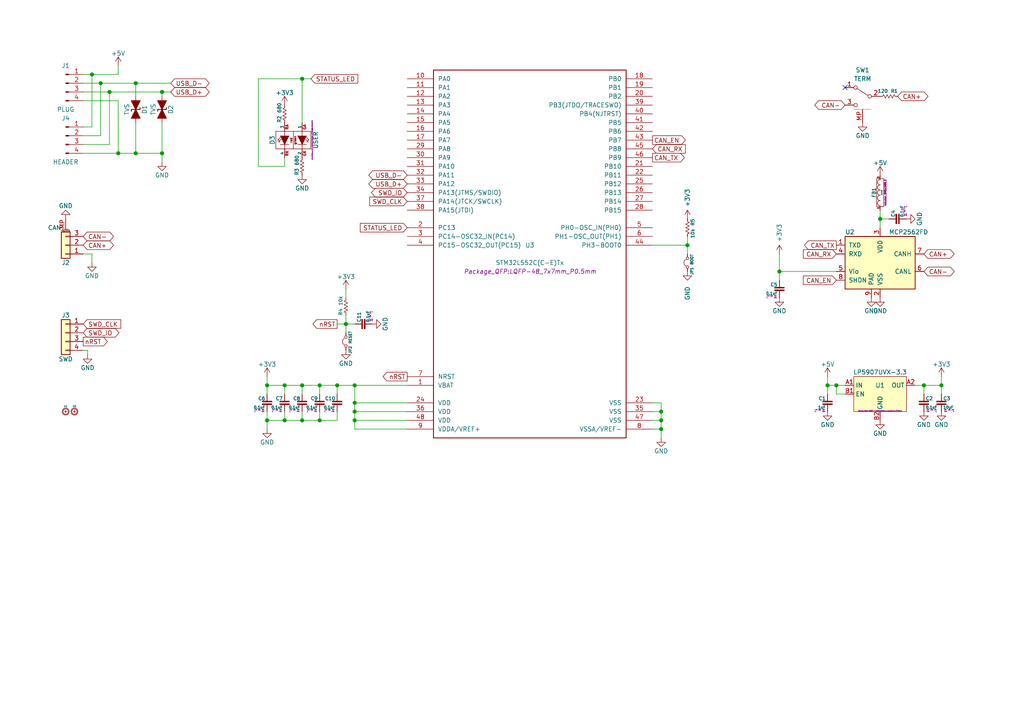
<source format=kicad_sch>
(kicad_sch (version 20201015) (generator eeschema)
  (paper "A4")
  (lib_symbols
    (symbol "Connector:Conn_01x04_Male" (pin_names (offset 1.016) hide)
      (property "Reference" "J" (at 0 5.08 0))
      (property "Value" "Conn_01x04_Male" (at 0 -7.62 0))
      (symbol "Conn_01x04_Male_1_1"
        (rectangle (start 0.8636 -4.953) (end 0 -5.207) (stroke (width 0.1524)) (fill (type outline)))
        (rectangle (start 0.8636 -2.413) (end 0 -2.667) (stroke (width 0.1524)) (fill (type outline)))
        (rectangle (start 0.8636 0.127) (end 0 -0.127) (stroke (width 0.1524)) (fill (type outline)))
        (rectangle (start 0.8636 2.667) (end 0 2.413) (stroke (width 0.1524)) (fill (type outline)))
        (polyline (pts (xy 1.27 -5.08) (xy 0.8636 -5.08)) (stroke (width 0.1524)))
        (polyline (pts (xy 1.27 -2.54) (xy 0.8636 -2.54)) (stroke (width 0.1524)))
        (polyline (pts (xy 1.27 0) (xy 0.8636 0)) (stroke (width 0.1524)))
        (polyline (pts (xy 1.27 2.54) (xy 0.8636 2.54)) (stroke (width 0.1524)))
        (pin passive line (at 5.08 2.54 180) (length 3.81) (name "Pin_1") (number "1"))
        (pin passive line (at 5.08 0 180) (length 3.81) (name "Pin_2") (number "2"))
        (pin passive line (at 5.08 -2.54 180) (length 3.81) (name "Pin_3") (number "3"))
        (pin passive line (at 5.08 -5.08 180) (length 3.81) (name "Pin_4") (number "4"))
      )
    )
    (symbol "Connector_Generic:Conn_01x04" (pin_names (offset 1.016) hide)
      (property "Reference" "J" (at 0 5.08 0))
      (property "Value" "Conn_01x04" (at 0 -7.62 0))
      (symbol "Conn_01x04_1_1"
        (rectangle (start -1.27 -4.953) (end 0 -5.207) (stroke (width 0.1524)))
        (rectangle (start -1.27 -2.413) (end 0 -2.667) (stroke (width 0.1524)))
        (rectangle (start -1.27 2.667) (end 0 2.413) (stroke (width 0.1524)))
        (rectangle (start -1.27 3.81) (end 1.27 -6.35) (stroke (width 0.254)) (fill (type background)))
        (rectangle (start -1.27 0.127) (end 0 -0.127) (stroke (width 0.1524)))
        (pin passive line (at -5.08 2.54 0) (length 3.81) (name "Pin_1") (number "1"))
        (pin passive line (at -5.08 0 0) (length 3.81) (name "Pin_2") (number "2"))
        (pin passive line (at -5.08 -2.54 0) (length 3.81) (name "Pin_3") (number "3"))
        (pin passive line (at -5.08 -5.08 0) (length 3.81) (name "Pin_4") (number "4"))
      )
    )
    (symbol "Connector_Generic_MountingPin:Conn_01x03_MountingPin" (pin_names (offset 1.016) hide)
      (property "Reference" "J" (at 0 5.08 0))
      (property "Value" "Conn_01x03_MountingPin" (at 1.27 -5.08 0))
      (symbol "Conn_01x03_MountingPin_1_1"
        (text "Mounting" (at 0 -4.191 0) (effects (font (size 0.381 0.381))))
        (rectangle (start -1.27 -2.413) (end 0 -2.667) (stroke (width 0.1524)))
        (rectangle (start -1.27 2.667) (end 0 2.413) (stroke (width 0.1524)))
        (rectangle (start -1.27 3.81) (end 1.27 -3.81) (stroke (width 0.254)) (fill (type background)))
        (rectangle (start -1.27 0.127) (end 0 -0.127) (stroke (width 0.1524)))
        (polyline (pts (xy -1.016 -4.572) (xy 1.016 -4.572)) (stroke (width 0.1524)))
        (pin passive line (at 0 -7.62 90) (length 3.048) (name "MountPin") (number "MP"))
        (pin passive line (at -5.08 2.54 0) (length 3.81) (name "Pin_1") (number "1"))
        (pin passive line (at -5.08 0 0) (length 3.81) (name "Pin_2") (number "2"))
        (pin passive line (at -5.08 -2.54 0) (length 3.81) (name "Pin_3") (number "3"))
      )
    )
    (symbol "Device:D_TVS_Filled" (pin_numbers hide) (pin_names (offset 1.016) hide)
      (property "Reference" "D" (at 0 2.54 0))
      (property "Value" "D_TVS_Filled" (at 0 -2.54 0))
      (symbol "D_TVS_Filled_0_1"
        (polyline (pts (xy 1.27 0) (xy -1.27 0)))
        (polyline (pts (xy -2.54 -1.27) (xy 0 0) (xy -2.54 1.27) (xy -2.54 -1.27)) (stroke (width 0.254)) (fill (type outline)))
        (polyline (pts (xy 0.508 1.27) (xy 0 1.27) (xy 0 -1.27) (xy -0.508 -1.27)) (stroke (width 0.254)))
        (polyline (pts (xy 2.54 1.27) (xy 2.54 -1.27) (xy 0 0) (xy 2.54 1.27)) (stroke (width 0.254)) (fill (type outline)))
      )
      (symbol "D_TVS_Filled_1_1"
        (pin passive line (at -3.81 0 0) (length 2.54) (name "A1") (number "1"))
        (pin passive line (at 3.81 0 180) (length 2.54) (name "A2") (number "2"))
      )
    )
    (symbol "Interface_CAN_LIN:MCP2562-E-MF" (pin_names (offset 1.016))
      (property "Reference" "U" (at -10.16 8.89 0))
      (property "Value" "MCP2562-E-MF" (at 2.54 8.89 0))
      (symbol "MCP2562-E-MF_0_1"
        (rectangle (start -10.16 7.62) (end 10.16 -7.62) (stroke (width 0.254)) (fill (type background)))
      )
      (symbol "MCP2562-E-MF_1_1"
        (pin input line (at -12.7 5.08 0) (length 2.54) (name "TXD") (number "1"))
        (pin power_in line (at 0 -10.16 90) (length 2.54) (name "VSS") (number "2"))
        (pin power_in line (at 0 10.16 270) (length 2.54) (name "VDD") (number "3"))
        (pin output line (at -12.7 2.54 0) (length 2.54) (name "RXD") (number "4"))
        (pin power_in line (at -12.7 -2.54 0) (length 2.54) (name "Vio") (number "5"))
        (pin bidirectional line (at 12.7 -2.54 180) (length 2.54) (name "CANL") (number "6"))
        (pin bidirectional line (at 12.7 2.54 180) (length 2.54) (name "CANH") (number "7"))
        (pin input line (at -12.7 -5.08 0) (length 2.54) (name "SHDN") (number "8"))
        (pin power_in line (at -2.54 -10.16 90) (length 2.54) (name "PAD") (number "9"))
      )
    )
    (symbol "RobotProtos:Csmall" (pin_numbers hide) (pin_names (offset 0.254))
      (property "Reference" "C" (at 0.508 1.27 0))
      (property "Value" "Csmall" (at 0.508 -1.27 0))
      (property "Voltage" "16V" (at 0.762 -2.032 0))
      (property "Tolerance" "10%" (at 2.286 -2.032 0))
      (property "Package" "1608" (at 0.762 -2.54 0))
      (property "Footprint_Density" "C" (at 3.556 -2.54 0))
      (property "Dielectric" "X7R" (at 3.302 -2.032 0))
      (symbol "Csmall_0_1"
        (rectangle (start -1.397 -0.254) (end 1.397 -0.508) (fill (type outline)))
        (rectangle (start 1.397 0.508) (end -1.397 0.254) (fill (type outline)))
      )
      (symbol "Csmall_1_1"
        (pin passive line (at 0 2.54 270) (length 2.286) (name "~") (number "1"))
        (pin passive line (at 0 -2.54 90) (length 2.286) (name "~") (number "2"))
      )
    )
    (symbol "RobotProtos:FILTER" (pin_names (offset 0) hide)
      (property "Reference" "FB" (at 0 1.778 0))
      (property "Value" "FILTER" (at 0 -0.508 0))
      (property "Footprint" "SH_Filters:1608_B" (at 0 -1.524 0))
      (symbol "FILTER_0_1"
        (arc (start -2.286 0) (end -3.81 0) (radius (at -3.048 0) (length 0.762) (angles 0.1 179.9)))
        (arc (start -0.762 0) (end -2.286 0) (radius (at -1.524 0) (length 0.762) (angles 0.1 179.9)))
        (arc (start 0.762 0) (end -0.762 0) (radius (at 0 0) (length 0.762) (angles 0.1 179.9)))
        (arc (start 2.286 0) (end 0.762 0) (radius (at 1.524 0) (length 0.762) (angles 0.1 179.9)))
        (arc (start 3.81 0) (end 2.286 0) (radius (at 3.048 0) (length 0.762) (angles 0.1 179.9)))
        (rectangle (start -4.064 1.016) (end 4.064 -1.016))
      )
      (symbol "FILTER_1_1"
        (pin passive line (at -5.08 0 0) (length 1.27) (name "~") (number "1"))
        (pin passive line (at 5.08 0 180) (length 1.27) (name "~") (number "2"))
      )
    )
    (symbol "RobotProtos:JUMPER" (pin_numbers hide) (pin_names (offset 0.762) hide)
      (property "Reference" "JP" (at -1.27 -1.27 0))
      (property "Value" "JUMPER" (at -0.635 -1.27 0))
      (property "Footprint" "Connector_PinHeader_2.54mm:PinHeader_1x02_P2.54mm_Vertical" (at 0 1.524 0))
      (symbol "JUMPER_0_1"
        (arc (start -0.889 0.508) (end 0.889 0.508) (radius (at 0 0) (length 1.016) (angles 150.3 29.7)))
        (circle (center -1.27 0) (radius 0.381))
        (circle (center 1.27 0) (radius 0.381))
        (pin passive line (at -2.54 0 0) (length 0.8128) (name "1") (number "1"))
        (pin passive line (at 2.54 0 180) (length 0.8128) (name "2") (number "2"))
      )
    )
    (symbol "RobotProtos:LED_DUAL_red_green" (pin_names (offset 0))
      (property "Reference" "D" (at 0 6.096 0))
      (property "Value" "LED_DUAL_red_green" (at 0 -6.477 0))
      (property "Footprint" "LED_SMD:Duo_LED_1.6x0.8_Kingbright_APHB1608LZGKSURKC" (at 0 -5.461 0))
      (symbol "LED_DUAL_red_green_0_0"
        (text "green" (at 0 -0.508 0) (effects (font (size 0.6096 0.6096))))
        (text "red" (at 0 0.635 0) (effects (font (size 0.6096 0.6096))))
        (polyline (pts (xy 2.54 0) (xy -2.54 0)))
      )
      (symbol "LED_DUAL_red_green_0_1"
        (rectangle (start -2.54 5.08) (end 2.54 -5.08))
        (polyline (pts (xy -2.54 2.54) (xy -1.27 2.54)))
        (polyline (pts (xy -1.27 -2.54) (xy -2.54 -2.54)))
        (polyline (pts (xy -1.27 -1.27) (xy -1.27 -3.81)))
        (polyline (pts (xy -1.27 1.27) (xy -1.27 3.81)))
        (polyline (pts (xy -0.508 4.064) (xy -0.508 3.81)))
        (polyline (pts (xy 0 4.318) (xy 0 4.064)))
        (polyline (pts (xy 2.54 -2.54) (xy 1.27 -2.54)))
        (polyline (pts (xy 2.54 2.54) (xy 1.27 2.54)))
        (polyline (pts (xy 0.254 -3.556) (xy -0.508 -4.318) (xy -0.508 -3.81)))
        (polyline (pts (xy 0.254 3.556) (xy -0.508 4.318) (xy -0.508 4.064)))
        (polyline (pts (xy 0.762 -3.81) (xy 0 -4.572) (xy 0 -4.064)))
        (polyline (pts (xy 0.762 3.81) (xy 0 4.572) (xy 0 4.318)))
        (polyline (pts (xy 1.27 -1.27) (xy -1.27 -2.54) (xy 1.27 -3.81)) (fill (type outline)))
        (polyline (pts (xy 1.27 1.27) (xy -1.27 2.54) (xy 1.27 3.81)) (fill (type outline)))
      )
      (symbol "LED_DUAL_red_green_1_1"
        (pin passive line (at 5.08 -2.54 180) (length 2.54) (name "1") (number "GA"))
        (pin passive line (at -5.08 -2.54 0) (length 2.54) (name "2") (number "GK"))
        (pin passive line (at 5.08 2.54 180) (length 2.54) (name "3") (number "RA"))
        (pin passive line (at -5.08 2.54 0) (length 2.54) (name "4") (number "RK"))
      )
    )
    (symbol "RobotProtos:LP5907_BGA"
      (property "Reference" "U" (at 0 2.54 0))
      (property "Value" "LP5907_BGA" (at 0 6.35 0))
      (property "Footprint" "Package_BGA:TI_DSBGA-4_0.875x0.875mm_Layout2x1x2_P0.35mm" (at 0 -4.826 0))
      (symbol "LP5907_BGA_0_1"
        (rectangle (start -7.62 5.08) (end 7.62 -5.08) (fill (type background)))
      )
      (symbol "LP5907_BGA_1_1"
        (pin power_in line (at -10.16 2.54 0) (length 2.54) (name "IN") (number "A1"))
        (pin power_out line (at 10.16 2.54 180) (length 2.54) (name "OUT") (number "A2"))
        (pin input line (at -10.16 0 0) (length 2.54) (name "EN") (number "B1"))
        (pin passive line (at 0 -7.62 90) (length 2.54) (name "GND") (number "B2"))
      )
    )
    (symbol "RobotProtos:Mount_Hole_Ungrounded" (pin_numbers hide) (pin_names (offset 0) hide)
      (property "Reference" "H" (at 0 1.524 0))
      (symbol "Mount_Hole_Ungrounded_0_1"
        (circle (center 0 0) (radius 0.762))
        (circle (center 0 0) (radius 1.016))
        (polyline (pts (xy -0.381 0) (xy 0.381 0)))
        (polyline (pts (xy 0 0.381) (xy 0 -0.381) (xy 0 0)))
      )
    )
    (symbol "RobotProtos:RSMALL" (pin_numbers hide) (pin_names (offset 0))
      (property "Reference" "R" (at -1.524 -0.508 90))
      (property "Value" "RSMALL" (at -1.524 0.254 90))
      (symbol "RSMALL_0_1"
        (polyline (pts (xy -0.508 -1.524) (xy 0 -1.778) (xy 0 -2.032)))
        (polyline (pts (xy -0.508 1.524) (xy 0 1.778) (xy 0 2.032)))
        (polyline (pts (xy -0.508 -1.524) (xy 0.508 -1.016) (xy -0.508 -0.508) (xy 0.508 0) (xy -0.508 0.508) (xy 0.508 1.016) (xy -0.508 1.524)))
      )
      (symbol "RSMALL_1_1"
        (pin passive line (at 0 2.54 270) (length 0.508) (name "~") (number "1"))
        (pin passive line (at 0 -2.54 90) (length 0.508) (name "~") (number "2"))
      )
    )
    (symbol "RobotProtos:SW_SPDT_MP" (pin_names (offset 0) hide)
      (property "Reference" "SW" (at 0 7.62 0))
      (property "Value" "SW_SPDT_MP" (at 0 5.08 0))
      (symbol "SW_SPDT_MP_0_0"
        (circle (center -2.032 0) (radius 0.508))
        (circle (center 2.032 -2.54) (radius 0.508))
      )
      (symbol "SW_SPDT_MP_0_1"
        (circle (center 2.032 2.54) (radius 0.508))
        (polyline (pts (xy -1.524 0.254) (xy 1.651 2.286)))
        (polyline (pts (xy -2.54 -3.81) (xy 2.54 -3.81)) (stroke (width 0.0006)))
      )
      (symbol "SW_SPDT_MP_1_1"
        (pin passive line (at 5.08 2.54 180) (length 2.54) (name "A") (number "1"))
        (pin passive line (at -5.08 0 0) (length 2.54) (name "B") (number "2"))
        (pin passive line (at 5.08 -2.54 180) (length 2.54) (name "C") (number "3"))
        (pin unspecified line (at 0 -7.62 90) (length 3.81) (name "MP") (number "MP"))
      )
    )
    (symbol "STM32:STM32L552C(C-E)Tx" (pin_names (offset 1.27))
      (property "Reference" "U" (at 0 2.54 0))
      (property "Value" "STM32L552C(C-E)Tx" (at 0 -2.54 0))
      (property "Footprint" "LQFP48" (at 0 -5.08 0))
      (symbol "STM32L552C(C-E)Tx_1_1"
        (rectangle (start -27.94 53.34) (end 27.94 -53.34) (stroke (width 0.254)))
        (pin bidirectional line (at -35.56 50.8 0) (length 7.62) (name "PA0") (number "10"))
        (pin bidirectional line (at -35.56 48.26 0) (length 7.62) (name "PA1") (number "11"))
        (pin bidirectional line (at -35.56 45.72 0) (length 7.62) (name "PA2") (number "12"))
        (pin bidirectional line (at -35.56 43.18 0) (length 7.62) (name "PA3") (number "13"))
        (pin bidirectional line (at -35.56 40.64 0) (length 7.62) (name "PA4") (number "14"))
        (pin bidirectional line (at -35.56 38.1 0) (length 7.62) (name "PA5") (number "15"))
        (pin bidirectional line (at -35.56 35.56 0) (length 7.62) (name "PA6") (number "16"))
        (pin bidirectional line (at -35.56 33.02 0) (length 7.62) (name "PA7") (number "17"))
        (pin bidirectional line (at -35.56 30.48 0) (length 7.62) (name "PA8") (number "29"))
        (pin bidirectional line (at -35.56 27.94 0) (length 7.62) (name "PA9") (number "30"))
        (pin bidirectional line (at -35.56 25.4 0) (length 7.62) (name "PA10") (number "31"))
        (pin bidirectional line (at -35.56 22.86 0) (length 7.62) (name "PA11") (number "32"))
        (pin bidirectional line (at -35.56 20.32 0) (length 7.62) (name "PA12") (number "33"))
        (pin bidirectional line (at -35.56 17.78 0) (length 7.62) (name "PA13(JTMS/SWDIO)") (number "34"))
        (pin bidirectional line (at -35.56 15.24 0) (length 7.62) (name "PA14(JTCK/SWCLK)") (number "37"))
        (pin bidirectional line (at -35.56 12.7 0) (length 7.62) (name "PA15(JTDI)") (number "38"))
        (pin bidirectional line (at 35.56 50.8 180) (length 7.62) (name "PB0") (number "18"))
        (pin bidirectional line (at 35.56 48.26 180) (length 7.62) (name "PB1") (number "19"))
        (pin bidirectional line (at 35.56 45.72 180) (length 7.62) (name "PB2") (number "20"))
        (pin bidirectional line (at 35.56 43.18 180) (length 7.62) (name "PB3(JTDO/TRACESWO)") (number "39"))
        (pin bidirectional line (at 35.56 40.64 180) (length 7.62) (name "PB4(NJTRST)") (number "40"))
        (pin bidirectional line (at 35.56 38.1 180) (length 7.62) (name "PB5") (number "41"))
        (pin bidirectional line (at 35.56 35.56 180) (length 7.62) (name "PB6") (number "42"))
        (pin bidirectional line (at 35.56 33.02 180) (length 7.62) (name "PB7") (number "43"))
        (pin bidirectional line (at 35.56 30.48 180) (length 7.62) (name "PB8") (number "45"))
        (pin bidirectional line (at 35.56 27.94 180) (length 7.62) (name "PB9") (number "46"))
        (pin bidirectional line (at 35.56 25.4 180) (length 7.62) (name "PB10") (number "21"))
        (pin bidirectional line (at 35.56 22.86 180) (length 7.62) (name "PB11") (number "22"))
        (pin bidirectional line (at 35.56 20.32 180) (length 7.62) (name "PB12") (number "25"))
        (pin bidirectional line (at 35.56 17.78 180) (length 7.62) (name "PB13") (number "26"))
        (pin bidirectional line (at 35.56 15.24 180) (length 7.62) (name "PB14") (number "27"))
        (pin bidirectional line (at 35.56 12.7 180) (length 7.62) (name "PB15") (number "28"))
        (pin bidirectional line (at -35.56 7.62 0) (length 7.62) (name "PC13") (number "2"))
        (pin bidirectional line (at -35.56 5.08 0) (length 7.62) (name "PC14-OSC32_IN(PC14)") (number "3"))
        (pin bidirectional line (at -35.56 2.54 0) (length 7.62) (name "PC15-OSC32_OUT(PC15)") (number "4"))
        (pin bidirectional line (at 35.56 7.62 180) (length 7.62) (name "PH0-OSC_IN(PH0)") (number "5"))
        (pin bidirectional line (at 35.56 5.08 180) (length 7.62) (name "PH1-OSC_OUT(PH1)") (number "6"))
        (pin bidirectional line (at 35.56 2.54 180) (length 7.62) (name "PH3-BOOT0") (number "44"))
        (pin input line (at -35.56 -35.56 0) (length 7.62) (name "NRST") (number "7"))
        (pin power_in line (at -35.56 -38.1 0) (length 7.62) (name "VBAT") (number "1"))
        (pin power_in line (at -35.56 -43.18 0) (length 7.62) (name "VDD") (number "24"))
        (pin power_in line (at -35.56 -45.72 0) (length 7.62) (name "VDD") (number "36"))
        (pin power_in line (at -35.56 -48.26 0) (length 7.62) (name "VDD") (number "48"))
        (pin power_in line (at -35.56 -50.8 0) (length 7.62) (name "VDDA/VREF+") (number "9"))
        (pin power_in line (at 35.56 -43.18 180) (length 7.62) (name "VSS") (number "23"))
        (pin power_in line (at 35.56 -45.72 180) (length 7.62) (name "VSS") (number "35"))
        (pin power_in line (at 35.56 -48.26 180) (length 7.62) (name "VSS") (number "47"))
        (pin power_in line (at 35.56 -50.8 180) (length 7.62) (name "VSSA/VREF-") (number "8"))
      )
    )
    (symbol "power:+3.3V" (power) (pin_names (offset 0))
      (property "Value" "+3.3V" (at 0 3.556 0))
      (symbol "+3.3V_0_1"
        (polyline (pts (xy -0.762 1.27) (xy 0 2.54)))
        (polyline (pts (xy 0 0) (xy 0 2.54)))
        (polyline (pts (xy 0 2.54) (xy 0.762 1.27)))
      )
      (symbol "+3.3V_1_1"
        (pin power_in line (at 0 0 90) (length 0) hide (name "+3V3") (number "1"))
      )
    )
    (symbol "power:+5V" (power) (pin_names (offset 0))
      (property "Value" "+5V" (at 0 3.556 0))
      (symbol "+5V_0_1"
        (polyline (pts (xy -0.762 1.27) (xy 0 2.54)))
        (polyline (pts (xy 0 0) (xy 0 2.54)))
        (polyline (pts (xy 0 2.54) (xy 0.762 1.27)))
      )
      (symbol "+5V_1_1"
        (pin power_in line (at 0 0 90) (length 0) hide (name "+5V") (number "1"))
      )
    )
    (symbol "power:GND" (power) (pin_names (offset 0))
      (property "Value" "GND" (at 0 -3.81 0))
      (symbol "GND_0_1"
        (polyline (pts (xy 0 0) (xy 0 -1.27) (xy 1.27 -1.27) (xy 0 -2.54) (xy -1.27 -1.27) (xy 0 -1.27)))
      )
      (symbol "GND_1_1"
        (pin power_in line (at 0 0 270) (length 0) hide (name "GND") (number "1"))
      )
    )
  )
  (junction (at 26.67 21.59) (diameter 1.016))
  (junction (at 29.21 24.13) (diameter 1.016))
  (junction (at 31.75 26.67) (diameter 1.016))
  (junction (at 34.29 44.45) (diameter 1.016))
  (junction (at 39.37 24.13) (diameter 1.016))
  (junction (at 39.37 44.45) (diameter 1.016))
  (junction (at 46.99 26.67) (diameter 1.016))
  (junction (at 46.99 44.45) (diameter 1.016))
  (junction (at 77.47 111.76) (diameter 1.016))
  (junction (at 77.47 121.92) (diameter 1.016))
  (junction (at 82.55 111.76) (diameter 1.016))
  (junction (at 82.55 121.92) (diameter 1.016))
  (junction (at 87.63 22.86) (diameter 1.016))
  (junction (at 87.63 111.76) (diameter 1.016))
  (junction (at 87.63 121.92) (diameter 1.016))
  (junction (at 92.71 111.76) (diameter 1.016))
  (junction (at 92.71 121.92) (diameter 1.016))
  (junction (at 97.79 111.76) (diameter 1.016))
  (junction (at 100.33 93.98) (diameter 1.016))
  (junction (at 102.87 111.76) (diameter 1.016))
  (junction (at 102.87 116.84) (diameter 1.016))
  (junction (at 102.87 119.38) (diameter 1.016))
  (junction (at 102.87 121.92) (diameter 1.016))
  (junction (at 191.77 119.38) (diameter 1.016))
  (junction (at 191.77 121.92) (diameter 1.016))
  (junction (at 191.77 124.46) (diameter 1.016))
  (junction (at 199.39 71.12) (diameter 1.016))
  (junction (at 226.06 78.74) (diameter 1.016))
  (junction (at 240.03 111.76) (diameter 1.016))
  (junction (at 242.57 111.76) (diameter 1.016))
  (junction (at 255.27 63.5) (diameter 1.016))
  (junction (at 267.97 111.76) (diameter 1.016))
  (junction (at 273.05 111.76) (diameter 1.016))
  (no_connect (at 245.11 25.4))
  (wire (pts (xy 24.13 21.59) (xy 26.67 21.59)))
  (wire (pts (xy 24.13 24.13) (xy 29.21 24.13)))
  (wire (pts (xy 24.13 26.67) (xy 31.75 26.67)))
  (wire (pts (xy 24.13 29.21) (xy 34.29 29.21)))
  (wire (pts (xy 24.13 36.83) (xy 26.67 36.83)))
  (wire (pts (xy 24.13 39.37) (xy 29.21 39.37)))
  (wire (pts (xy 24.13 41.91) (xy 31.75 41.91)))
  (wire (pts (xy 24.13 44.45) (xy 34.29 44.45)))
  (wire (pts (xy 24.13 73.66) (xy 26.67 73.66)))
  (wire (pts (xy 24.13 101.6) (xy 25.4 101.6)))
  (wire (pts (xy 25.4 101.6) (xy 25.4 102.87)))
  (wire (pts (xy 26.67 21.59) (xy 26.67 36.83)))
  (wire (pts (xy 26.67 21.59) (xy 34.29 21.59)))
  (wire (pts (xy 26.67 73.66) (xy 26.67 76.2)))
  (wire (pts (xy 29.21 24.13) (xy 29.21 39.37)))
  (wire (pts (xy 29.21 24.13) (xy 39.37 24.13)))
  (wire (pts (xy 31.75 26.67) (xy 46.99 26.67)))
  (wire (pts (xy 31.75 41.91) (xy 31.75 26.67)))
  (wire (pts (xy 34.29 19.05) (xy 34.29 21.59)))
  (wire (pts (xy 34.29 29.21) (xy 34.29 44.45)))
  (wire (pts (xy 34.29 44.45) (xy 39.37 44.45)))
  (wire (pts (xy 39.37 24.13) (xy 39.37 27.94)))
  (wire (pts (xy 39.37 24.13) (xy 49.53 24.13)))
  (wire (pts (xy 39.37 35.56) (xy 39.37 44.45)))
  (wire (pts (xy 39.37 44.45) (xy 46.99 44.45)))
  (wire (pts (xy 46.99 26.67) (xy 46.99 27.94)))
  (wire (pts (xy 46.99 26.67) (xy 49.53 26.67)))
  (wire (pts (xy 46.99 35.56) (xy 46.99 44.45)))
  (wire (pts (xy 46.99 44.45) (xy 46.99 46.99)))
  (wire (pts (xy 74.93 22.86) (xy 87.63 22.86)))
  (wire (pts (xy 74.93 48.26) (xy 74.93 22.86)))
  (wire (pts (xy 77.47 109.22) (xy 77.47 111.76)))
  (wire (pts (xy 77.47 111.76) (xy 77.47 114.3)))
  (wire (pts (xy 77.47 121.92) (xy 77.47 119.38)))
  (wire (pts (xy 77.47 121.92) (xy 77.47 124.46)))
  (wire (pts (xy 82.55 45.72) (xy 82.55 48.26)))
  (wire (pts (xy 82.55 48.26) (xy 74.93 48.26)))
  (wire (pts (xy 82.55 111.76) (xy 77.47 111.76)))
  (wire (pts (xy 82.55 111.76) (xy 82.55 114.3)))
  (wire (pts (xy 82.55 119.38) (xy 82.55 121.92)))
  (wire (pts (xy 82.55 121.92) (xy 77.47 121.92)))
  (wire (pts (xy 87.63 22.86) (xy 87.63 35.56)))
  (wire (pts (xy 87.63 22.86) (xy 90.17 22.86)))
  (wire (pts (xy 87.63 111.76) (xy 82.55 111.76)))
  (wire (pts (xy 87.63 111.76) (xy 87.63 114.3)))
  (wire (pts (xy 87.63 119.38) (xy 87.63 121.92)))
  (wire (pts (xy 87.63 121.92) (xy 82.55 121.92)))
  (wire (pts (xy 92.71 111.76) (xy 87.63 111.76)))
  (wire (pts (xy 92.71 111.76) (xy 92.71 114.3)))
  (wire (pts (xy 92.71 119.38) (xy 92.71 121.92)))
  (wire (pts (xy 92.71 121.92) (xy 87.63 121.92)))
  (wire (pts (xy 97.79 93.98) (xy 100.33 93.98)))
  (wire (pts (xy 97.79 111.76) (xy 92.71 111.76)))
  (wire (pts (xy 97.79 111.76) (xy 97.79 114.3)))
  (wire (pts (xy 97.79 119.38) (xy 97.79 121.92)))
  (wire (pts (xy 97.79 121.92) (xy 92.71 121.92)))
  (wire (pts (xy 100.33 83.82) (xy 100.33 86.36)))
  (wire (pts (xy 100.33 91.44) (xy 100.33 93.98)))
  (wire (pts (xy 100.33 93.98) (xy 100.33 96.52)))
  (wire (pts (xy 100.33 93.98) (xy 102.87 93.98)))
  (wire (pts (xy 102.87 111.76) (xy 97.79 111.76)))
  (wire (pts (xy 102.87 111.76) (xy 102.87 116.84)))
  (wire (pts (xy 102.87 111.76) (xy 118.11 111.76)))
  (wire (pts (xy 102.87 116.84) (xy 102.87 119.38)))
  (wire (pts (xy 102.87 116.84) (xy 118.11 116.84)))
  (wire (pts (xy 102.87 119.38) (xy 102.87 121.92)))
  (wire (pts (xy 102.87 119.38) (xy 118.11 119.38)))
  (wire (pts (xy 102.87 121.92) (xy 102.87 124.46)))
  (wire (pts (xy 102.87 121.92) (xy 118.11 121.92)))
  (wire (pts (xy 102.87 124.46) (xy 118.11 124.46)))
  (wire (pts (xy 189.23 116.84) (xy 191.77 116.84)))
  (wire (pts (xy 189.23 119.38) (xy 191.77 119.38)))
  (wire (pts (xy 189.23 121.92) (xy 191.77 121.92)))
  (wire (pts (xy 189.23 124.46) (xy 191.77 124.46)))
  (wire (pts (xy 191.77 116.84) (xy 191.77 119.38)))
  (wire (pts (xy 191.77 119.38) (xy 191.77 121.92)))
  (wire (pts (xy 191.77 121.92) (xy 191.77 124.46)))
  (wire (pts (xy 191.77 124.46) (xy 191.77 127)))
  (wire (pts (xy 199.39 68.58) (xy 199.39 71.12)))
  (wire (pts (xy 199.39 71.12) (xy 189.23 71.12)))
  (wire (pts (xy 199.39 71.12) (xy 199.39 73.66)))
  (wire (pts (xy 226.06 73.66) (xy 226.06 78.74)))
  (wire (pts (xy 226.06 78.74) (xy 226.06 81.28)))
  (wire (pts (xy 226.06 78.74) (xy 242.57 78.74)))
  (wire (pts (xy 240.03 109.22) (xy 240.03 111.76)))
  (wire (pts (xy 240.03 111.76) (xy 240.03 114.3)))
  (wire (pts (xy 240.03 111.76) (xy 242.57 111.76)))
  (wire (pts (xy 242.57 111.76) (xy 245.11 111.76)))
  (wire (pts (xy 242.57 114.3) (xy 242.57 111.76)))
  (wire (pts (xy 245.11 114.3) (xy 242.57 114.3)))
  (wire (pts (xy 255.27 60.96) (xy 255.27 63.5)))
  (wire (pts (xy 255.27 63.5) (xy 255.27 66.04)))
  (wire (pts (xy 255.27 63.5) (xy 257.81 63.5)))
  (wire (pts (xy 267.97 111.76) (xy 265.43 111.76)))
  (wire (pts (xy 267.97 111.76) (xy 273.05 111.76)))
  (wire (pts (xy 267.97 114.3) (xy 267.97 111.76)))
  (wire (pts (xy 273.05 111.76) (xy 273.05 109.22)))
  (wire (pts (xy 273.05 111.76) (xy 273.05 114.3)))
  (global_label "CAN-" (shape bidirectional) (at 24.13 68.58 0) (property "Intersheet References" "${INTERSHEET_REFS}" (effects hide)))
  (global_label "CAN+" (shape bidirectional) (at 24.13 71.12 0) (property "Intersheet References" "${INTERSHEET_REFS}" (effects hide)))
  (global_label "SWD_CLK" (shape input) (at 24.13 93.98 0) (property "Intersheet References" "${INTERSHEET_REFS}" (effects hide)))
  (global_label "SWD_IO" (shape bidirectional) (at 24.13 96.52 0) (property "Intersheet References" "${INTERSHEET_REFS}" (effects hide)))
  (global_label "nRST" (shape output) (at 24.13 99.06 0) (property "Intersheet References" "${INTERSHEET_REFS}" (effects hide)))
  (global_label "USB_D-" (shape bidirectional) (at 49.53 24.13 0) (property "Intersheet References" "${INTERSHEET_REFS}" (effects hide)))
  (global_label "USB_D+" (shape bidirectional) (at 49.53 26.67 0) (property "Intersheet References" "${INTERSHEET_REFS}" (effects hide)))
  (global_label "STATUS_LED" (shape input) (at 90.17 22.86 0) (property "Intersheet References" "${INTERSHEET_REFS}" (effects hide)))
  (global_label "nRST" (shape output) (at 97.79 93.98 180) (property "Intersheet References" "${INTERSHEET_REFS}" (effects hide)))
  (global_label "USB_D-" (shape bidirectional) (at 118.11 50.8 180) (property "Intersheet References" "${INTERSHEET_REFS}" (effects hide)))
  (global_label "USB_D+" (shape bidirectional) (at 118.11 53.34 180) (property "Intersheet References" "${INTERSHEET_REFS}" (effects hide)))
  (global_label "SWD_IO" (shape bidirectional) (at 118.11 55.88 180) (property "Intersheet References" "${INTERSHEET_REFS}" (effects hide)))
  (global_label "SWD_CLK" (shape input) (at 118.11 58.42 180) (property "Intersheet References" "${INTERSHEET_REFS}" (effects hide)))
  (global_label "STATUS_LED" (shape input) (at 118.11 66.04 180) (property "Intersheet References" "${INTERSHEET_REFS}" (effects hide)))
  (global_label "nRST" (shape output) (at 118.11 109.22 180) (property "Intersheet References" "${INTERSHEET_REFS}" (effects hide)))
  (global_label "CAN_EN" (shape output) (at 189.23 40.64 0) (property "Intersheet References" "${INTERSHEET_REFS}" (effects hide)))
  (global_label "CAN_RX" (shape input) (at 189.23 43.18 0) (property "Intersheet References" "${INTERSHEET_REFS}" (effects hide)))
  (global_label "CAN_TX" (shape output) (at 189.23 45.72 0) (property "Intersheet References" "${INTERSHEET_REFS}" (effects hide)))
  (global_label "CAN_TX" (shape output) (at 242.57 71.12 180) (property "Intersheet References" "${INTERSHEET_REFS}" (effects hide)))
  (global_label "CAN_RX" (shape input) (at 242.57 73.66 180) (property "Intersheet References" "${INTERSHEET_REFS}" (effects hide)))
  (global_label "CAN_EN" (shape input) (at 242.57 81.28 180) (property "Intersheet References" "${INTERSHEET_REFS}" (effects hide)))
  (global_label "CAN-" (shape bidirectional) (at 245.11 30.48 180) (property "Intersheet References" "${INTERSHEET_REFS}" (effects hide)))
  (global_label "CAN+" (shape bidirectional) (at 260.35 27.94 0) (property "Intersheet References" "${INTERSHEET_REFS}" (effects hide)))
  (global_label "CAN+" (shape bidirectional) (at 267.97 73.66 0) (property "Intersheet References" "${INTERSHEET_REFS}" (effects hide)))
  (global_label "CAN-" (shape bidirectional) (at 267.97 78.74 0) (property "Intersheet References" "${INTERSHEET_REFS}" (effects hide)))
  (symbol (lib_id "RobotProtos:Mount_Hole_Ungrounded") (at 19.05 119.38 0) (unit 1)
    (property "Reference" "H1" (at 19.05 117.856 0) (effects (font (size 0.508 0.508))))
    (property "Value" "Mount_Hole_Ungrounded" (effects hide))
    (property "Footprint" "MountingHole:Plain_Hole_2mm" (effects hide))
  )
  (symbol (lib_id "RobotProtos:Mount_Hole_Ungrounded") (at 21.59 119.38 0) (unit 1)
    (property "Reference" "H2" (at 21.59 117.856 0) (effects (font (size 0.508 0.508))))
    (property "Value" "Mount_Hole_Ungrounded" (effects hide))
    (property "Footprint" "MountingHole:Plain_Hole_2mm" (effects hide))
  )
  (symbol (lib_id "RobotProtos:RSMALL") (at 82.55 33.02 0) (unit 1)
    (property "Reference" "R2" (at 81.026 33.528 90) (effects (font (size 0.9906 0.9906)) (justify right)))
    (property "Value" "680" (at 81.026 32.766 90) (effects (font (size 0.9906 0.9906)) (justify left)))
    (property "Footprint" "Resistor_SMD:1005_C" (effects hide))
    (property "USD_per_1000" "0,024" (effects hide))
    (property "USD_per_1" "0,08" (effects hide))
  )
  (symbol (lib_id "RobotProtos:RSMALL") (at 87.63 48.26 0) (unit 1)
    (property "Reference" "R3" (at 86.106 48.768 90) (effects (font (size 0.9906 0.9906)) (justify right)))
    (property "Value" "680" (at 86.106 48.006 90) (effects (font (size 0.9906 0.9906)) (justify left)))
    (property "Footprint" "Resistor_SMD:1005_C" (effects hide))
    (property "USD_per_1000" "0,024" (effects hide))
    (property "USD_per_1" "0,08" (effects hide))
  )
  (symbol (lib_id "RobotProtos:RSMALL") (at 100.33 88.9 0) (unit 1)
    (property "Reference" "R4" (at 98.806 89.408 90) (effects (font (size 0.9906 0.9906)) (justify right)))
    (property "Value" "10k" (at 98.806 88.646 90) (effects (font (size 0.991 0.991)) (justify left)))
    (property "Footprint" "Resistor_SMD:1005_C" (effects hide))
    (property "USD_per_1000" "0,024" (effects hide))
    (property "USD_per_1" "0,08" (effects hide))
  )
  (symbol (lib_id "RobotProtos:RSMALL") (at 199.39 66.04 180) (unit 1)
    (property "Reference" "R5" (at 200.914 65.532 90) (effects (font (size 0.9906 0.9906)) (justify right)))
    (property "Value" "10k" (at 200.914 66.294 90) (effects (font (size 0.991 0.991)) (justify left)))
    (property "Footprint" "Resistor_SMD:1005_C" (effects hide))
    (property "USD_per_1000" "0,024" (effects hide))
    (property "USD_per_1" "0,08" (effects hide))
  )
  (symbol (lib_id "RobotProtos:RSMALL") (at 257.81 27.94 90) (mirror x) (unit 1)
    (property "Reference" "R1" (at 258.318 26.416 90) (effects (font (size 0.9906 0.9906)) (justify right)))
    (property "Value" "120" (at 257.556 26.416 90) (effects (font (size 0.991 0.991)) (justify left)))
    (property "Footprint" "Resistor_SMD:1608_C" (effects hide))
    (property "USD_per_1000" "0,024" (effects hide))
    (property "USD_per_1" "0,08" (effects hide))
  )
  (symbol (lib_id "power:+5V") (at 34.29 19.05 0) (unit 1)
    (property "Reference" "#PWR08" (effects hide))
    (property "Value" "+5V" (at 34.29 15.494 0))
  )
  (symbol (lib_id "power:+3.3V") (at 77.47 109.22 0) (unit 1)
    (property "Reference" "#PWR0102" (effects hide))
    (property "Value" "+3.3V" (at 77.47 105.664 0))
  )
  (symbol (lib_id "power:+3.3V") (at 82.55 30.48 0) (unit 1)
    (property "Reference" "#PWR017" (effects hide))
    (property "Value" "+3.3V" (at 82.55 26.924 0))
  )
  (symbol (lib_id "power:+3.3V") (at 100.33 83.82 0) (unit 1)
    (property "Reference" "#PWR019" (effects hide))
    (property "Value" "+3.3V" (at 100.33 80.264 0))
  )
  (symbol (lib_id "power:+3.3V") (at 199.39 63.5 0) (mirror y) (unit 1)
    (property "Reference" "#PWR022" (effects hide))
    (property "Value" "+3.3V" (at 199.39 57.404 90))
  )
  (symbol (lib_id "power:+3.3V") (at 226.06 73.66 0) (mirror y) (unit 1)
    (property "Reference" "#PWR012" (effects hide))
    (property "Value" "+3.3V" (at 226.06 67.564 90))
  )
  (symbol (lib_id "power:+5V") (at 240.03 109.22 0) (unit 1)
    (property "Reference" "#PWR01" (effects hide))
    (property "Value" "+5V" (at 240.03 105.664 0))
  )
  (symbol (lib_id "power:+5V") (at 255.27 50.8 0) (unit 1)
    (property "Reference" "#PWR09" (effects hide))
    (property "Value" "+5V" (at 255.27 47.244 0))
  )
  (symbol (lib_id "power:+3.3V") (at 273.05 109.22 0) (unit 1)
    (property "Reference" "#PWR02" (effects hide))
    (property "Value" "+3.3V" (at 273.05 105.664 0))
  )
  (symbol (lib_id "RobotProtos:JUMPER") (at 100.33 99.06 90) (unit 1)
    (property "Reference" "JP2" (at 101.6 100.33 0) (effects (font (size 0.7874 0.7874)) (justify right)))
    (property "Value" "RESET" (at 101.6 99.695 0) (effects (font (size 0.787 0.787)) (justify left)))
    (property "Footprint" "Jumper:SolderJumper-2_P1.3mm_Open_RoundedPad1.0x1.5mm" (effects hide))
  )
  (symbol (lib_id "RobotProtos:JUMPER") (at 199.39 76.2 90) (unit 1)
    (property "Reference" "JP1" (at 200.66 77.47 0) (effects (font (size 0.7874 0.7874)) (justify right)))
    (property "Value" "BOOT" (at 200.66 76.835 0) (effects (font (size 0.787 0.787)) (justify left)))
    (property "Footprint" "Jumper:SolderJumper-2_P1.3mm_Open_RoundedPad1.0x1.5mm" (effects hide))
  )
  (symbol (lib_id "power:GND") (at 19.05 63.5 0) (mirror x) (unit 1)
    (property "Reference" "#PWR016" (effects hide))
    (property "Value" "GND" (at 19.05 59.69 0))
  )
  (symbol (lib_id "power:GND") (at 25.4 102.87 0) (unit 1)
    (property "Reference" "#PWR020" (effects hide))
    (property "Value" "GND" (at 25.4 106.68 0))
  )
  (symbol (lib_id "power:GND") (at 26.67 76.2 0) (unit 1)
    (property "Reference" "#PWR0104" (effects hide))
    (property "Value" "GND" (at 26.67 80.01 0))
  )
  (symbol (lib_id "power:GND") (at 46.99 46.99 0) (unit 1)
    (property "Reference" "#PWR011" (effects hide))
    (property "Value" "GND" (at 46.99 50.8 0))
  )
  (symbol (lib_id "power:GND") (at 77.47 124.46 0) (mirror y) (unit 1)
    (property "Reference" "#PWR0103" (effects hide))
    (property "Value" "GND" (at 77.47 128.27 0))
  )
  (symbol (lib_id "power:GND") (at 87.63 50.8 0) (unit 1)
    (property "Reference" "#PWR018" (effects hide))
    (property "Value" "GND" (at 87.63 54.61 0))
  )
  (symbol (lib_id "power:GND") (at 100.33 101.6 0) (unit 1)
    (property "Reference" "#PWR024" (effects hide))
    (property "Value" "GND" (at 100.33 105.41 0))
  )
  (symbol (lib_id "power:GND") (at 107.95 93.98 90) (unit 1)
    (property "Reference" "#PWR021" (effects hide))
    (property "Value" "GND" (at 111.76 93.98 0))
  )
  (symbol (lib_id "power:GND") (at 191.77 127 0) (mirror y) (unit 1)
    (property "Reference" "#PWR0101" (effects hide))
    (property "Value" "GND" (at 191.77 130.81 0))
  )
  (symbol (lib_id "power:GND") (at 199.39 78.74 0) (mirror y) (unit 1)
    (property "Reference" "#PWR023" (effects hide))
    (property "Value" "GND" (at 199.39 85.09 90))
  )
  (symbol (lib_id "power:GND") (at 226.06 86.36 0) (mirror y) (unit 1)
    (property "Reference" "#PWR013" (effects hide))
    (property "Value" "GND" (at 226.06 90.17 0))
  )
  (symbol (lib_id "power:GND") (at 240.03 119.38 0) (unit 1)
    (property "Reference" "#PWR03" (effects hide))
    (property "Value" "GND" (at 240.03 123.19 0))
  )
  (symbol (lib_id "power:GND") (at 250.19 35.56 0) (mirror y) (unit 1)
    (property "Reference" "#PWR06" (effects hide))
    (property "Value" "GND" (at 250.19 39.37 0))
  )
  (symbol (lib_id "power:GND") (at 252.73 86.36 0) (mirror y) (unit 1)
    (property "Reference" "#PWR014" (effects hide))
    (property "Value" "GND" (at 252.73 90.17 0))
  )
  (symbol (lib_id "power:GND") (at 255.27 86.36 0) (mirror y) (unit 1)
    (property "Reference" "#PWR015" (effects hide))
    (property "Value" "GND" (at 255.27 90.17 0))
  )
  (symbol (lib_id "power:GND") (at 255.27 121.92 0) (unit 1)
    (property "Reference" "#PWR07" (effects hide))
    (property "Value" "GND" (at 255.27 125.73 0))
  )
  (symbol (lib_id "power:GND") (at 262.89 63.5 90) (mirror x) (unit 1)
    (property "Reference" "#PWR010" (effects hide))
    (property "Value" "GND" (at 266.7 63.5 0))
  )
  (symbol (lib_id "power:GND") (at 267.97 119.38 0) (unit 1)
    (property "Reference" "#PWR04" (effects hide))
    (property "Value" "GND" (at 267.97 123.19 0))
  )
  (symbol (lib_id "power:GND") (at 273.05 119.38 0) (unit 1)
    (property "Reference" "#PWR05" (effects hide))
    (property "Value" "GND" (at 273.05 123.19 0))
  )
  (symbol (lib_id "RobotProtos:Csmall") (at 77.47 116.84 0) (mirror y) (unit 1)
    (property "Reference" "C6" (at 76.962 115.57 0) (effects (font (size 0.9906 0.9906)) (justify left)))
    (property "Value" "0.1uF" (at 76.962 118.11 0) (effects (font (size 0.7874 0.7874)) (justify left)))
    (property "Footprint" "Capacitor_SMD:1005_C" (effects hide))
    (property "Voltage" "10V" (at 76.708 118.872 0) (effects (font (size 0.254 0.254) bold) (justify left)))
    (property "Tolerance" "10%" (at 75.184 118.872 0) (effects (font (size 0.254 0.254))))
    (property "Package" "1005" (at 76.708 119.38 0) (effects (font (size 0.2032 0.2032) bold) (justify left)))
    (property "Footprint_Density" "C" (at 73.914 119.38 0) (effects (font (size 0.254 0.254) bold)))
    (property "Dielectric" "X7R" (at 74.168 118.872 0) (effects (font (size 0.254 0.254))))
    (property "Footprint_Library" "Capacitor_SMD" (effects hide))
    (property "Spice_Primitive" "C" (effects hide))
    (property "Spice_Model" "100n" (effects hide))
    (property "Spice_Netlist_Enabled" "Y" (effects hide))
  )
  (symbol (lib_id "RobotProtos:Csmall") (at 82.55 116.84 0) (mirror y) (unit 1)
    (property "Reference" "C7" (at 82.042 115.57 0) (effects (font (size 0.9906 0.9906)) (justify left)))
    (property "Value" "0.1uF" (at 82.042 118.11 0) (effects (font (size 0.7874 0.7874)) (justify left)))
    (property "Footprint" "Capacitor_SMD:1005_C" (effects hide))
    (property "Voltage" "10V" (at 81.788 118.872 0) (effects (font (size 0.254 0.254) bold) (justify left)))
    (property "Tolerance" "10%" (at 80.264 118.872 0) (effects (font (size 0.254 0.254))))
    (property "Package" "1005" (at 81.788 119.38 0) (effects (font (size 0.2032 0.2032) bold) (justify left)))
    (property "Footprint_Density" "C" (at 78.994 119.38 0) (effects (font (size 0.254 0.254) bold)))
    (property "Dielectric" "X7R" (at 79.248 118.872 0) (effects (font (size 0.254 0.254))))
    (property "Footprint_Library" "Capacitor_SMD" (effects hide))
    (property "Spice_Primitive" "C" (effects hide))
    (property "Spice_Model" "100n" (effects hide))
    (property "Spice_Netlist_Enabled" "Y" (effects hide))
  )
  (symbol (lib_id "RobotProtos:Csmall") (at 87.63 116.84 0) (mirror y) (unit 1)
    (property "Reference" "C8" (at 87.122 115.57 0) (effects (font (size 0.9906 0.9906)) (justify left)))
    (property "Value" "0.1uF" (at 87.122 118.11 0) (effects (font (size 0.7874 0.7874)) (justify left)))
    (property "Footprint" "Capacitor_SMD:1005_C" (effects hide))
    (property "Voltage" "10V" (at 86.868 118.872 0) (effects (font (size 0.254 0.254) bold) (justify left)))
    (property "Tolerance" "10%" (at 85.344 118.872 0) (effects (font (size 0.254 0.254))))
    (property "Package" "1005" (at 86.868 119.38 0) (effects (font (size 0.2032 0.2032) bold) (justify left)))
    (property "Footprint_Density" "C" (at 84.074 119.38 0) (effects (font (size 0.254 0.254) bold)))
    (property "Dielectric" "X7R" (at 84.328 118.872 0) (effects (font (size 0.254 0.254))))
    (property "Footprint_Library" "Capacitor_SMD" (effects hide))
    (property "Spice_Primitive" "C" (effects hide))
    (property "Spice_Model" "100n" (effects hide))
    (property "Spice_Netlist_Enabled" "Y" (effects hide))
  )
  (symbol (lib_id "RobotProtos:Csmall") (at 92.71 116.84 0) (mirror y) (unit 1)
    (property "Reference" "C9" (at 92.202 115.57 0) (effects (font (size 0.9906 0.9906)) (justify left)))
    (property "Value" "0.1uF" (at 92.202 118.11 0) (effects (font (size 0.7874 0.7874)) (justify left)))
    (property "Footprint" "Capacitor_SMD:1005_C" (effects hide))
    (property "Voltage" "10V" (at 91.948 118.872 0) (effects (font (size 0.254 0.254) bold) (justify left)))
    (property "Tolerance" "10%" (at 90.424 118.872 0) (effects (font (size 0.254 0.254))))
    (property "Package" "1005" (at 91.948 119.38 0) (effects (font (size 0.2032 0.2032) bold) (justify left)))
    (property "Footprint_Density" "C" (at 89.154 119.38 0) (effects (font (size 0.254 0.254) bold)))
    (property "Dielectric" "X7R" (at 89.408 118.872 0) (effects (font (size 0.254 0.254))))
    (property "Footprint_Library" "Capacitor_SMD" (effects hide))
    (property "Spice_Primitive" "C" (effects hide))
    (property "Spice_Model" "100n" (effects hide))
    (property "Spice_Netlist_Enabled" "Y" (effects hide))
  )
  (symbol (lib_id "RobotProtos:Csmall") (at 97.79 116.84 0) (mirror y) (unit 1)
    (property "Reference" "C10" (at 97.282 115.57 0) (effects (font (size 0.9906 0.9906)) (justify left)))
    (property "Value" "0.1uF" (at 97.282 118.11 0) (effects (font (size 0.7874 0.7874)) (justify left)))
    (property "Footprint" "Capacitor_SMD:1005_C" (effects hide))
    (property "Voltage" "10V" (at 97.028 118.872 0) (effects (font (size 0.254 0.254) bold) (justify left)))
    (property "Tolerance" "10%" (at 95.504 118.872 0) (effects (font (size 0.254 0.254))))
    (property "Package" "1005" (at 97.028 119.38 0) (effects (font (size 0.2032 0.2032) bold) (justify left)))
    (property "Footprint_Density" "C" (at 94.234 119.38 0) (effects (font (size 0.254 0.254) bold)))
    (property "Dielectric" "X7R" (at 94.488 118.872 0) (effects (font (size 0.254 0.254))))
    (property "Footprint_Library" "Capacitor_SMD" (effects hide))
    (property "Spice_Primitive" "C" (effects hide))
    (property "Spice_Model" "100n" (effects hide))
    (property "Spice_Netlist_Enabled" "Y" (effects hide))
  )
  (symbol (lib_id "RobotProtos:Csmall") (at 105.41 93.98 90) (unit 1)
    (property "Reference" "C11" (at 104.14 93.472 0) (effects (font (size 0.9906 0.9906)) (justify left)))
    (property "Value" "0.1uF" (at 106.68 93.472 0) (effects (font (size 0.7874 0.7874)) (justify left)))
    (property "Footprint" "Capacitor_SMD:1005_C" (effects hide))
    (property "Voltage" "10V" (at 107.442 93.218 0) (effects (font (size 0.254 0.254) bold) (justify left)))
    (property "Tolerance" "10%" (at 107.442 91.694 0) (effects (font (size 0.254 0.254))))
    (property "Package" "1005" (at 107.95 93.218 0) (effects (font (size 0.2032 0.2032) bold) (justify left)))
    (property "Footprint_Density" "C" (at 107.95 90.424 0) (effects (font (size 0.254 0.254) bold)))
    (property "Dielectric" "X7R" (at 107.442 90.678 0) (effects (font (size 0.254 0.254))))
    (property "Footprint_Library" "Capacitor_SMD" (effects hide))
    (property "Spice_Primitive" "C" (effects hide))
    (property "Spice_Model" "100n" (effects hide))
    (property "Spice_Netlist_Enabled" "Y" (effects hide))
  )
  (symbol (lib_id "RobotProtos:Csmall") (at 226.06 83.82 0) (mirror y) (unit 1)
    (property "Reference" "C5" (at 225.552 82.55 0) (effects (font (size 0.9906 0.9906)) (justify left)))
    (property "Value" "0.1uF" (at 225.552 85.09 0) (effects (font (size 0.7874 0.7874)) (justify left)))
    (property "Footprint" "Capacitor_SMD:1005_C" (effects hide))
    (property "Voltage" "10V" (at 225.298 85.852 0) (effects (font (size 0.254 0.254) bold) (justify left)))
    (property "Tolerance" "10%" (at 223.774 85.852 0) (effects (font (size 0.254 0.254))))
    (property "Package" "1005" (at 225.298 86.36 0) (effects (font (size 0.2032 0.2032) bold) (justify left)))
    (property "Footprint_Density" "C" (at 222.504 86.36 0) (effects (font (size 0.254 0.254) bold)))
    (property "Dielectric" "X7R" (at 222.758 85.852 0) (effects (font (size 0.254 0.254))))
    (property "Footprint_Library" "Capacitor_SMD" (effects hide))
    (property "Spice_Primitive" "C" (effects hide))
    (property "Spice_Model" "100n" (effects hide))
    (property "Spice_Netlist_Enabled" "Y" (effects hide))
  )
  (symbol (lib_id "RobotProtos:Csmall") (at 240.03 116.84 0) (mirror y) (unit 1)
    (property "Reference" "C1" (at 239.522 115.57 0) (effects (font (size 0.9906 0.9906)) (justify left)))
    (property "Value" "1uF" (at 239.522 118.11 0) (effects (font (size 0.7874 0.7874)) (justify left)))
    (property "Footprint" "Capacitor_SMD:1005_C" (effects hide))
    (property "Voltage" "10V" (at 239.268 118.872 0) (effects (font (size 0.254 0.254) bold) (justify left)))
    (property "Tolerance" "10%" (at 237.744 118.872 0) (effects (font (size 0.254 0.254))))
    (property "Package" "1608" (at 239.268 119.38 0) (effects (font (size 0.2032 0.2032) bold) (justify left)))
    (property "Footprint_Density" "C" (at 236.474 119.38 0) (effects (font (size 0.254 0.254) bold)))
    (property "Dielectric" "X7R" (at 236.728 118.872 0) (effects (font (size 0.254 0.254))))
    (property "Footprint_Library" "Capacitor_SMD" (effects hide))
    (property "Spice_Primitive" "C" (effects hide))
    (property "Spice_Model" "100n" (effects hide))
    (property "Spice_Netlist_Enabled" "Y" (effects hide))
  )
  (symbol (lib_id "RobotProtos:Csmall") (at 260.35 63.5 90) (unit 1)
    (property "Reference" "C4" (at 259.08 62.992 0) (effects (font (size 0.9906 0.9906)) (justify left)))
    (property "Value" "0.1uF" (at 261.62 62.992 0) (effects (font (size 0.7874 0.7874)) (justify left)))
    (property "Footprint" "Capacitor_SMD:1005_C" (effects hide))
    (property "Voltage" "10V" (at 262.382 62.738 0) (effects (font (size 0.254 0.254) bold) (justify left)))
    (property "Tolerance" "10%" (at 262.382 61.214 0) (effects (font (size 0.254 0.254))))
    (property "Package" "1005" (at 262.89 62.738 0) (effects (font (size 0.2032 0.2032) bold) (justify left)))
    (property "Footprint_Density" "C" (at 262.89 59.944 0) (effects (font (size 0.254 0.254) bold)))
    (property "Dielectric" "X7R" (at 262.382 60.198 0) (effects (font (size 0.254 0.254))))
    (property "Footprint_Library" "Capacitor_SMD" (effects hide))
    (property "Spice_Primitive" "C" (effects hide))
    (property "Spice_Model" "100n" (effects hide))
    (property "Spice_Netlist_Enabled" "Y" (effects hide))
  )
  (symbol (lib_id "RobotProtos:Csmall") (at 267.97 116.84 0) (unit 1)
    (property "Reference" "C2" (at 268.478 115.57 0) (effects (font (size 0.9906 0.9906)) (justify left)))
    (property "Value" "0.1uF" (at 268.478 118.11 0) (effects (font (size 0.787 0.787)) (justify left)))
    (property "Footprint" "Capacitor_SMD:1005_C" (effects hide))
    (property "Voltage" "10V" (at 268.732 118.872 0) (effects (font (size 0.254 0.254) bold) (justify left)))
    (property "Tolerance" "10%" (at 270.256 118.872 0) (effects (font (size 0.254 0.254))))
    (property "Package" "1005" (at 268.732 119.38 0) (effects (font (size 0.2032 0.2032) bold) (justify left)))
    (property "Footprint_Density" "C" (at 271.526 119.38 0) (effects (font (size 0.254 0.254) bold)))
    (property "Dielectric" "X7R" (at 271.272 118.872 0) (effects (font (size 0.254 0.254))))
    (property "Footprint_Library" "Capacitor_SMD" (effects hide))
    (property "Spice_Primitive" "C" (effects hide))
    (property "Spice_Model" "100n" (effects hide))
    (property "Spice_Netlist_Enabled" "Y" (effects hide))
  )
  (symbol (lib_id "RobotProtos:Csmall") (at 273.05 116.84 0) (unit 1)
    (property "Reference" "C3" (at 273.558 115.57 0) (effects (font (size 0.9906 0.9906)) (justify left)))
    (property "Value" "10uF" (at 273.558 118.11 0) (effects (font (size 0.7874 0.7874)) (justify left)))
    (property "Footprint" "Capacitor_SMD:1005_C" (effects hide))
    (property "Voltage" "10V" (at 273.812 118.872 0) (effects (font (size 0.254 0.254) bold) (justify left)))
    (property "Tolerance" "10%" (at 275.336 118.872 0) (effects (font (size 0.254 0.254))))
    (property "Package" "1608" (at 273.812 119.38 0) (effects (font (size 0.2032 0.2032) bold) (justify left)))
    (property "Footprint_Density" "C" (at 276.606 119.38 0) (effects (font (size 0.254 0.254) bold)))
    (property "Dielectric" "X7R" (at 276.352 118.872 0) (effects (font (size 0.254 0.254))))
    (property "Footprint_Library" "Capacitor_SMD" (effects hide))
    (property "Spice_Primitive" "C" (effects hide))
    (property "Spice_Model" "100n" (effects hide))
    (property "Spice_Netlist_Enabled" "Y" (effects hide))
  )
  (symbol (lib_id "RobotProtos:FILTER") (at 255.27 55.88 90) (unit 1)
    (property "Reference" "FB1" (at 253.492 55.88 0) (effects (font (size 0.9906 0.9906))))
    (property "Value" "FILTER" (at 255.778 55.88 0) (effects (font (size 0.3048 0.3048))))
    (property "Footprint" "Inductor_SMD:1608_C" (at 256.794 55.88 0) (effects (font (size 0.483 0.483))))
    (property "USD_per_1000" "0,09150" (effects hide))
    (property "USD_per_1" "0,26" (effects hide))
  )
  (symbol (lib_id "Device:D_TVS_Filled") (at 39.37 31.75 270) (mirror x) (unit 1)
    (property "Reference" "D1" (at 41.91 31.75 0))
    (property "Value" "TVS" (at 36.83 31.75 0))
    (property "Footprint" "Diode_SMD:1006_C" (effects hide))
    (property "MPN" "AR0521P1" (effects hide))
    (property "Description" "0.5pF 3.3V" (effects hide))
  )
  (symbol (lib_id "Device:D_TVS_Filled") (at 46.99 31.75 270) (mirror x) (unit 1)
    (property "Reference" "D2" (at 49.53 31.75 0))
    (property "Value" "TVS" (at 44.45 31.75 0))
    (property "Footprint" "Diode_SMD:1006_C" (effects hide))
    (property "MPN" "AR0521P1" (effects hide))
    (property "Description" "0.5pF 3.3V" (effects hide))
  )
  (symbol (lib_id "Connector:Conn_01x04_Male") (at 19.05 24.13 0) (unit 1)
    (property "Reference" "J1" (at 19.05 19.05 0))
    (property "Value" "PLUG" (at 19.05 31.75 0))
    (property "Footprint" "Connector_USB:USB_A_PCB_traces_small" (effects hide))
    (property "Description" "Not Populated" (effects hide))
  )
  (symbol (lib_id "Connector:Conn_01x04_Male") (at 19.05 39.37 0) (unit 1)
    (property "Reference" "J4" (at 19.05 34.29 0))
    (property "Value" "HEADER" (at 19.05 46.99 0))
    (property "Footprint" "Connector_PinHeader_2.54mm:PinHeader_1x04_P2.54mm_Vertical" (effects hide))
    (property "Description" "Not Populated" (effects hide))
  )
  (symbol (lib_id "Connector_Generic:Conn_01x04") (at 19.05 96.52 0) (mirror y) (unit 1)
    (property "Reference" "J3" (at 19.05 91.44 0))
    (property "Value" "SWD" (at 19.05 104.14 0))
    (property "Footprint" "SH_Solder_Pads:4P_3x1.75_P2.0" (effects hide))
  )
  (symbol (lib_id "Connector_Generic_MountingPin:Conn_01x03_MountingPin") (at 19.05 71.12 180) (unit 1)
    (property "Reference" "J2" (at 19.05 76.2 0))
    (property "Value" "CAN" (at 17.78 66.04 0) (effects (justify left)))
    (property "Footprint" "Connector_JST:JST_XH_S3B-XH-SM4-TB_1x03_P2.50mm_RightAngle" (effects hide))
  )
  (symbol (lib_id "RobotProtos:LED_DUAL_red_green") (at 85.09 40.64 90) (unit 1)
    (property "Reference" "D3" (at 78.994 40.64 0))
    (property "Value" "USER" (at 91.567 40.64 0))
    (property "Footprint" "LED_SMD:Duo_LED_1.6x0.8_Kingbright_APHB1608LZGKSURKC" (at 90.551 40.64 0) (effects (font (size 0.254 0.254))))
  )
  (symbol (lib_id "RobotProtos:SW_SPDT_MP") (at 250.19 27.94 0) (mirror y) (unit 1)
    (property "Reference" "SW1" (at 250.19 20.32 0))
    (property "Value" "TERM" (at 250.19 22.86 0))
    (property "Footprint" "Button_Switch_SMD:SPDT_Slide_HRO_K3-1293S" (effects hide))
    (property "MPN" "K3-1293S" (effects hide))
  )
  (symbol (lib_id "RobotProtos:LP5907_BGA") (at 255.27 114.3 0) (unit 1)
    (property "Reference" "U1" (at 255.27 111.76 0))
    (property "Value" "LP5907UVX-3.3" (at 255.27 107.95 0))
    (property "Footprint" "Package_BGA:TI_DSBGA-4_0.875x0.875mm_Layout2x1x2_P0.35mm" (at 255.27 119.126 0) (effects (font (size 0.254 0.254))))
    (property "MPN" "LP5907UVX-3.3" (effects hide))
  )
  (symbol (lib_id "Interface_CAN_LIN:MCP2562-E-MF") (at 255.27 76.2 0) (unit 1)
    (property "Reference" "U2" (at 245.11 67.31 0) (effects (justify left)))
    (property "Value" "MCP2562FD" (at 257.81 67.31 0) (effects (justify left)))
    (property "Footprint" "Package_DFN_QFN:DFN-8-1EP_3x3mm_P0.65mm_EP1.55x2.4mm" (effects hide))
    (property "Datasheet" "http://ww1.microchip.com/downloads/en/DeviceDoc/25167A.pdf" (effects hide))
  )
  (symbol (lib_id "STM32:STM32L552C(C-E)Tx") (at 153.67 73.66 0) (unit 1)
    (property "Reference" "U3" (at 153.67 71.12 0))
    (property "Value" "STM32L552C(C-E)Tx" (at 153.67 76.2 0))
    (property "Footprint" "Package_QFP:LQFP-48_7x7mm_P0.5mm" (at 153.67 78.74 0) (effects (font italic)))
  )
)
</source>
